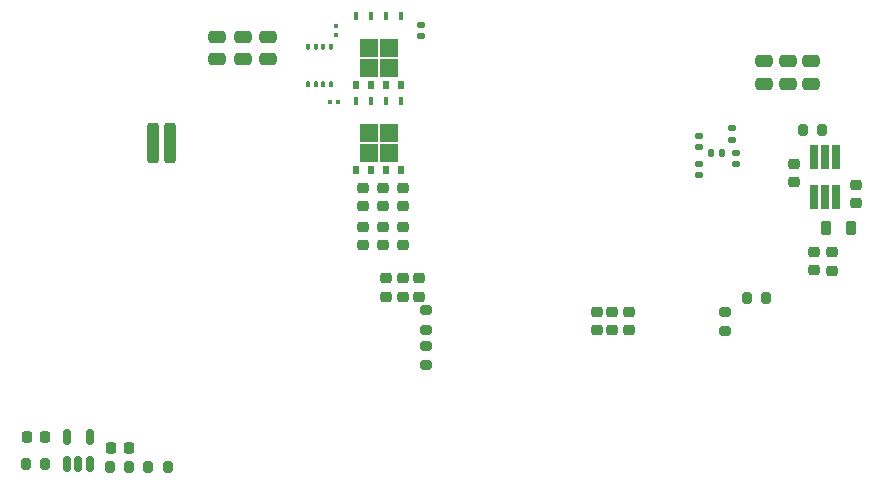
<source format=gbr>
%TF.GenerationSoftware,KiCad,Pcbnew,(6.0.1)*%
%TF.CreationDate,2023-08-02T16:38:55-05:00*%
%TF.ProjectId,board_v5,626f6172-645f-4763-952e-6b696361645f,rev?*%
%TF.SameCoordinates,Original*%
%TF.FileFunction,Paste,Top*%
%TF.FilePolarity,Positive*%
%FSLAX46Y46*%
G04 Gerber Fmt 4.6, Leading zero omitted, Abs format (unit mm)*
G04 Created by KiCad (PCBNEW (6.0.1)) date 2023-08-02 16:38:55*
%MOMM*%
%LPD*%
G01*
G04 APERTURE LIST*
G04 Aperture macros list*
%AMRoundRect*
0 Rectangle with rounded corners*
0 $1 Rounding radius*
0 $2 $3 $4 $5 $6 $7 $8 $9 X,Y pos of 4 corners*
0 Add a 4 corners polygon primitive as box body*
4,1,4,$2,$3,$4,$5,$6,$7,$8,$9,$2,$3,0*
0 Add four circle primitives for the rounded corners*
1,1,$1+$1,$2,$3*
1,1,$1+$1,$4,$5*
1,1,$1+$1,$6,$7*
1,1,$1+$1,$8,$9*
0 Add four rect primitives between the rounded corners*
20,1,$1+$1,$2,$3,$4,$5,0*
20,1,$1+$1,$4,$5,$6,$7,0*
20,1,$1+$1,$6,$7,$8,$9,0*
20,1,$1+$1,$8,$9,$2,$3,0*%
G04 Aperture macros list end*
%ADD10RoundRect,0.225000X-0.250000X0.225000X-0.250000X-0.225000X0.250000X-0.225000X0.250000X0.225000X0*%
%ADD11RoundRect,0.250000X0.475000X-0.250000X0.475000X0.250000X-0.475000X0.250000X-0.475000X-0.250000X0*%
%ADD12RoundRect,0.225000X0.225000X0.250000X-0.225000X0.250000X-0.225000X-0.250000X0.225000X-0.250000X0*%
%ADD13RoundRect,0.079500X-0.079500X-0.100500X0.079500X-0.100500X0.079500X0.100500X-0.079500X0.100500X0*%
%ADD14RoundRect,0.218750X0.256250X-0.218750X0.256250X0.218750X-0.256250X0.218750X-0.256250X-0.218750X0*%
%ADD15RoundRect,0.225000X0.250000X-0.225000X0.250000X0.225000X-0.250000X0.225000X-0.250000X-0.225000X0*%
%ADD16RoundRect,0.140000X0.140000X0.170000X-0.140000X0.170000X-0.140000X-0.170000X0.140000X-0.170000X0*%
%ADD17RoundRect,0.200000X-0.200000X-0.275000X0.200000X-0.275000X0.200000X0.275000X-0.200000X0.275000X0*%
%ADD18RoundRect,0.140000X0.170000X-0.140000X0.170000X0.140000X-0.170000X0.140000X-0.170000X-0.140000X0*%
%ADD19RoundRect,0.140000X-0.170000X0.140000X-0.170000X-0.140000X0.170000X-0.140000X0.170000X0.140000X0*%
%ADD20RoundRect,0.200000X0.200000X0.275000X-0.200000X0.275000X-0.200000X-0.275000X0.200000X-0.275000X0*%
%ADD21RoundRect,0.200000X-0.275000X0.200000X-0.275000X-0.200000X0.275000X-0.200000X0.275000X0.200000X0*%
%ADD22R,0.650000X2.000000*%
%ADD23RoundRect,0.200000X0.275000X-0.200000X0.275000X0.200000X-0.275000X0.200000X-0.275000X-0.200000X0*%
%ADD24RoundRect,0.150000X0.150000X-0.512500X0.150000X0.512500X-0.150000X0.512500X-0.150000X-0.512500X0*%
%ADD25RoundRect,0.250000X-0.250000X-1.450000X0.250000X-1.450000X0.250000X1.450000X-0.250000X1.450000X0*%
%ADD26R,0.300000X0.200000*%
%ADD27O,0.300000X0.550000*%
%ADD28RoundRect,0.218750X-0.218750X-0.381250X0.218750X-0.381250X0.218750X0.381250X-0.218750X0.381250X0*%
%ADD29RoundRect,0.135000X-0.185000X0.135000X-0.185000X-0.135000X0.185000X-0.135000X0.185000X0.135000X0*%
%ADD30RoundRect,0.079500X-0.100500X0.079500X-0.100500X-0.079500X0.100500X-0.079500X0.100500X0.079500X0*%
%ADD31R,0.500000X0.750000*%
%ADD32R,1.500000X1.500000*%
%ADD33R,0.400000X0.750000*%
G04 APERTURE END LIST*
D10*
%TO.C,C25*%
X173470000Y-65175000D03*
X173470000Y-66725000D03*
%TD*%
%TO.C,C2*%
X135425000Y-59725000D03*
X135425000Y-61275000D03*
%TD*%
D11*
%TO.C,C17*%
X121425000Y-48850000D03*
X121425000Y-46950000D03*
%TD*%
D12*
%TO.C,C21*%
X106825000Y-80850000D03*
X105275000Y-80850000D03*
%TD*%
D13*
%TO.C,R2*%
X130980000Y-52425000D03*
X131670000Y-52425000D03*
%TD*%
D14*
%TO.C,C27*%
X170225000Y-59255000D03*
X170225000Y-57680000D03*
%TD*%
D10*
%TO.C,REF\u002A\u002A*%
X153600000Y-70225000D03*
X153600000Y-71775000D03*
%TD*%
D11*
%TO.C,C18*%
X125750000Y-48850000D03*
X125750000Y-46950000D03*
%TD*%
D15*
%TO.C,REF\u002A\u002A*%
X137115000Y-68925000D03*
X137115000Y-67375000D03*
%TD*%
D16*
%TO.C,C12*%
X164165000Y-56803000D03*
X163205000Y-56803000D03*
%TD*%
D10*
%TO.C,C2*%
X133790000Y-59715000D03*
X133790000Y-61265000D03*
%TD*%
D17*
%TO.C,R10*%
X112330484Y-83347532D03*
X113980484Y-83347532D03*
%TD*%
D10*
%TO.C,C14*%
X133740000Y-63030000D03*
X133740000Y-64580000D03*
%TD*%
D18*
%TO.C,C9*%
X165350000Y-57730000D03*
X165350000Y-56770000D03*
%TD*%
D17*
%TO.C,R9*%
X115580484Y-83347532D03*
X117230484Y-83347532D03*
%TD*%
D19*
%TO.C,C6*%
X138700000Y-45940000D03*
X138700000Y-46900000D03*
%TD*%
D11*
%TO.C,C22*%
X169712500Y-50925000D03*
X169712500Y-49025000D03*
%TD*%
D20*
%TO.C,R8*%
X106850000Y-83100000D03*
X105200000Y-83100000D03*
%TD*%
D12*
%TO.C,C20*%
X113955484Y-81722532D03*
X112405484Y-81722532D03*
%TD*%
D10*
%TO.C,C32*%
X156262000Y-70225000D03*
X156262000Y-71775000D03*
%TD*%
D11*
%TO.C,C23*%
X171700000Y-50925000D03*
X171700000Y-49025000D03*
%TD*%
D21*
%TO.C,R15*%
X164410000Y-70230000D03*
X164410000Y-71880000D03*
%TD*%
D22*
%TO.C,U6*%
X171900000Y-60527500D03*
X172850000Y-60527500D03*
X173800000Y-60527500D03*
X173800000Y-57107500D03*
X172850000Y-57107500D03*
X171900000Y-57107500D03*
%TD*%
D15*
%TO.C,C31*%
X138500000Y-68925000D03*
X138500000Y-67375000D03*
%TD*%
D11*
%TO.C,C19*%
X123587500Y-48850000D03*
X123587500Y-46950000D03*
%TD*%
D10*
%TO.C,C29*%
X175500000Y-59475000D03*
X175500000Y-61025000D03*
%TD*%
D23*
%TO.C,R21*%
X139100001Y-71750000D03*
X139100001Y-70100000D03*
%TD*%
D24*
%TO.C,U7*%
X108700000Y-83087500D03*
X109650000Y-83087500D03*
X110600000Y-83087500D03*
X110600000Y-80812500D03*
X108700000Y-80812500D03*
%TD*%
D25*
%TO.C,R_Isense1*%
X115950000Y-55950000D03*
X117450000Y-55950000D03*
%TD*%
D26*
%TO.C,U1*%
X129089520Y-51095000D03*
D27*
X129089520Y-50895000D03*
D26*
X129739520Y-51095000D03*
D27*
X129739520Y-50895000D03*
D26*
X130389520Y-51095000D03*
D27*
X130389520Y-50895000D03*
X131039520Y-50895000D03*
D26*
X131039520Y-51095000D03*
X131039520Y-47595000D03*
D27*
X131039520Y-47795000D03*
X130389520Y-47795000D03*
D26*
X130389520Y-47595000D03*
X129739520Y-47595000D03*
D27*
X129739520Y-47795000D03*
X129089520Y-47795000D03*
D26*
X129089520Y-47595000D03*
%TD*%
D28*
%TO.C,L1*%
X172927500Y-63150000D03*
X175052500Y-63150000D03*
%TD*%
D29*
%TO.C,R6*%
X164970000Y-54690000D03*
X164970000Y-55710000D03*
%TD*%
D30*
%TO.C,R3*%
X131464520Y-46745000D03*
X131464520Y-46055000D03*
%TD*%
D11*
%TO.C,C24*%
X167725000Y-50925000D03*
X167725000Y-49025000D03*
%TD*%
D15*
%TO.C,REF\u002A\u002A*%
X135730000Y-68925000D03*
X135730000Y-67375000D03*
%TD*%
D31*
%TO.C,U2*%
X135735000Y-58215000D03*
D32*
X134250000Y-56810000D03*
X134250000Y-55110000D03*
D31*
X133195000Y-58215000D03*
X134465000Y-58215000D03*
D32*
X135950000Y-56810000D03*
D31*
X137005000Y-58215000D03*
D32*
X135950000Y-55110000D03*
D33*
X137005000Y-52410000D03*
X135735000Y-52410000D03*
X134465000Y-52410000D03*
X133195000Y-52410000D03*
%TD*%
D31*
%TO.C,U5*%
X135735000Y-50975000D03*
D32*
X135950000Y-49570000D03*
X134250000Y-49570000D03*
X135950000Y-47870000D03*
X134250000Y-47870000D03*
D31*
X133195000Y-50975000D03*
X137005000Y-50975000D03*
X134465000Y-50975000D03*
D33*
X137005000Y-45170000D03*
X135735000Y-45170000D03*
X134465000Y-45170000D03*
X133195000Y-45170000D03*
%TD*%
D17*
%TO.C,R20*%
X171000000Y-54842500D03*
X172650000Y-54842500D03*
%TD*%
D10*
%TO.C,C14*%
X135425000Y-63030000D03*
X135425000Y-64580000D03*
%TD*%
D18*
%TO.C,C7*%
X162185000Y-58673000D03*
X162185000Y-57713000D03*
%TD*%
D10*
%TO.C,C13*%
X137100000Y-59725000D03*
X137100000Y-61275000D03*
%TD*%
D19*
%TO.C,C8*%
X162175000Y-55303000D03*
X162175000Y-56263000D03*
%TD*%
D21*
%TO.C,R5*%
X139100000Y-73099998D03*
X139100000Y-74749998D03*
%TD*%
D17*
%TO.C,R16*%
X166235000Y-69080000D03*
X167885000Y-69080000D03*
%TD*%
D10*
%TO.C,REF\u002A\u002A*%
X154870000Y-70225000D03*
X154870000Y-71775000D03*
%TD*%
%TO.C,C26*%
X171910000Y-65165000D03*
X171910000Y-66715000D03*
%TD*%
%TO.C,C3*%
X137099998Y-63029995D03*
X137099998Y-64579995D03*
%TD*%
M02*

</source>
